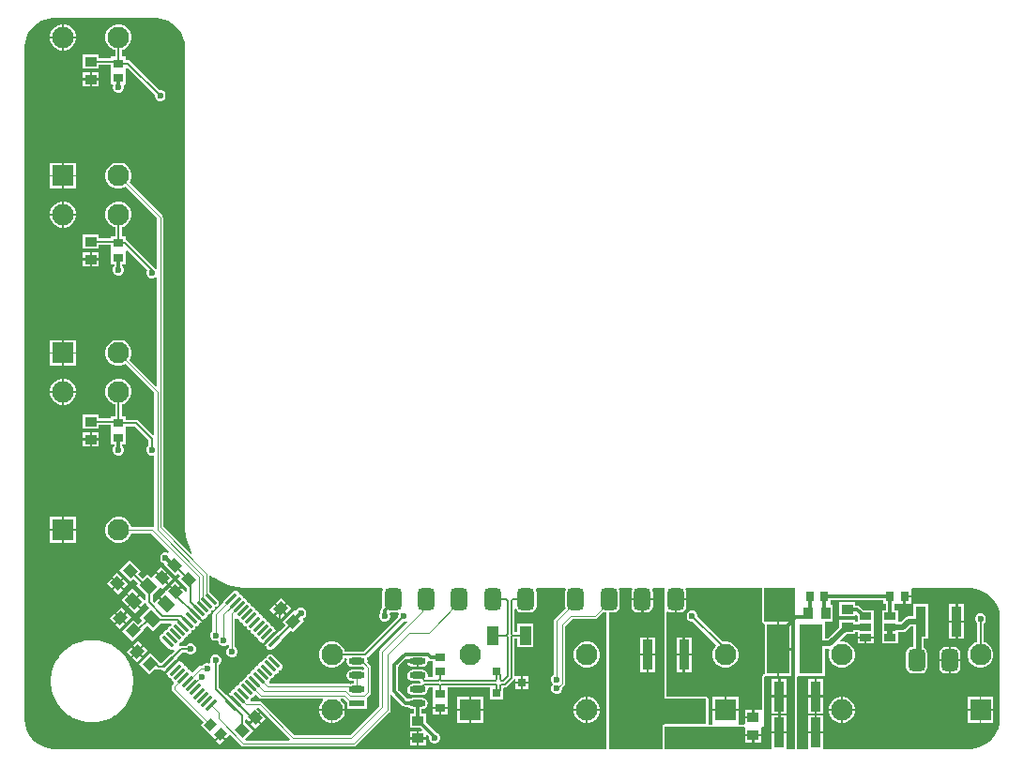
<source format=gbl>
G04*
G04 #@! TF.GenerationSoftware,Altium Limited,Altium Designer,23.3.1 (30)*
G04*
G04 Layer_Physical_Order=2*
G04 Layer_Color=16711680*
%FSLAX44Y44*%
%MOMM*%
G71*
G04*
G04 #@! TF.SameCoordinates,77D199DB-A247-405A-9097-576A226775B8*
G04*
G04*
G04 #@! TF.FilePolarity,Positive*
G04*
G01*
G75*
%ADD11C,0.2000*%
%ADD13R,0.8000X0.9500*%
%ADD14R,0.9500X0.8000*%
%ADD15R,1.0500X0.9000*%
%ADD27C,0.3000*%
%ADD28C,0.1250*%
%ADD29R,1.9500X1.9500*%
%ADD30C,1.9500*%
%ADD31R,1.9500X1.9500*%
%ADD32C,0.6000*%
%ADD33R,0.7620X0.7620*%
%ADD34R,1.0500X1.7200*%
G04:AMPARAMS|DCode=35|XSize=1.05mm|YSize=0.9mm|CornerRadius=0mm|HoleSize=0mm|Usage=FLASHONLY|Rotation=315.000|XOffset=0mm|YOffset=0mm|HoleType=Round|Shape=Rectangle|*
%AMROTATEDRECTD35*
4,1,4,-0.6894,0.0530,-0.0530,0.6894,0.6894,-0.0530,0.0530,-0.6894,-0.6894,0.0530,0.0*
%
%ADD35ROTATEDRECTD35*%

%ADD36R,0.9542X2.7062*%
%ADD37O,1.4500X0.6000*%
%ADD38R,1.4500X0.6000*%
%ADD39R,2.1500X0.9000*%
%ADD40R,2.1500X3.2500*%
G04:AMPARAMS|DCode=41|XSize=0.29mm|YSize=1.4mm|CornerRadius=0mm|HoleSize=0mm|Usage=FLASHONLY|Rotation=225.000|XOffset=0mm|YOffset=0mm|HoleType=Round|Shape=Round|*
%AMOVALD41*
21,1,1.1100,0.2900,0.0000,0.0000,315.0*
1,1,0.2900,-0.3925,0.3925*
1,1,0.2900,0.3925,-0.3925*
%
%ADD41OVALD41*%

G04:AMPARAMS|DCode=42|XSize=0.29mm|YSize=1.4mm|CornerRadius=0mm|HoleSize=0mm|Usage=FLASHONLY|Rotation=315.000|XOffset=0mm|YOffset=0mm|HoleType=Round|Shape=Round|*
%AMOVALD42*
21,1,1.1100,0.2900,0.0000,0.0000,45.0*
1,1,0.2900,-0.3925,-0.3925*
1,1,0.2900,0.3925,0.3925*
%
%ADD42OVALD42*%

G04:AMPARAMS|DCode=43|XSize=1.5mm|YSize=2mm|CornerRadius=0.375mm|HoleSize=0mm|Usage=FLASHONLY|Rotation=0.000|XOffset=0mm|YOffset=0mm|HoleType=Round|Shape=RoundedRectangle|*
%AMROUNDEDRECTD43*
21,1,1.5000,1.2500,0,0,0.0*
21,1,0.7500,2.0000,0,0,0.0*
1,1,0.7500,0.3750,-0.6250*
1,1,0.7500,-0.3750,-0.6250*
1,1,0.7500,-0.3750,0.6250*
1,1,0.7500,0.3750,0.6250*
%
%ADD43ROUNDEDRECTD43*%
G04:AMPARAMS|DCode=44|XSize=1.05mm|YSize=1.3mm|CornerRadius=0mm|HoleSize=0mm|Usage=FLASHONLY|Rotation=225.000|XOffset=0mm|YOffset=0mm|HoleType=Round|Shape=Rectangle|*
%AMROTATEDRECTD44*
4,1,4,-0.0884,0.8309,0.8309,-0.0884,0.0884,-0.8309,-0.8309,0.0884,-0.0884,0.8309,0.0*
%
%ADD44ROTATEDRECTD44*%

G04:AMPARAMS|DCode=45|XSize=0.95mm|YSize=0.8mm|CornerRadius=0mm|HoleSize=0mm|Usage=FLASHONLY|Rotation=45.000|XOffset=0mm|YOffset=0mm|HoleType=Round|Shape=Rectangle|*
%AMROTATEDRECTD45*
4,1,4,-0.0530,-0.6187,-0.6187,-0.0530,0.0530,0.6187,0.6187,0.0530,-0.0530,-0.6187,0.0*
%
%ADD45ROTATEDRECTD45*%

%ADD46R,2.0000X4.5000*%
%ADD47R,1.0000X0.7000*%
G04:AMPARAMS|DCode=48|XSize=1.05mm|YSize=0.9mm|CornerRadius=0mm|HoleSize=0mm|Usage=FLASHONLY|Rotation=225.000|XOffset=0mm|YOffset=0mm|HoleType=Round|Shape=Rectangle|*
%AMROTATEDRECTD48*
4,1,4,0.0530,0.6894,0.6894,0.0530,-0.0530,-0.6894,-0.6894,-0.0530,0.0530,0.6894,0.0*
%
%ADD48ROTATEDRECTD48*%

%ADD49R,0.9000X1.0500*%
%ADD50C,0.5000*%
G36*
X120063Y662515D02*
X121863D01*
X125430Y662045D01*
X128906Y661114D01*
X132231Y659736D01*
X135347Y657937D01*
X138202Y655747D01*
X140747Y653202D01*
X142937Y650347D01*
X144736Y647231D01*
X146114Y643906D01*
X147045Y640430D01*
X147515Y636863D01*
X147515Y635064D01*
Y205063D01*
X147523Y205022D01*
X147516Y204980D01*
X147634Y201383D01*
X147662Y201260D01*
X147654Y201134D01*
X148593Y194001D01*
X148647Y193842D01*
X148658Y193674D01*
X150520Y186725D01*
X150595Y186574D01*
X150627Y186409D01*
X153381Y179762D01*
X153474Y179622D01*
X153528Y179463D01*
X152563Y178722D01*
X127676Y203609D01*
Y482500D01*
X127676Y482500D01*
X127473Y483524D01*
X126892Y484393D01*
X126892Y484393D01*
X97487Y513798D01*
X98449Y515465D01*
X99250Y518453D01*
Y521547D01*
X98449Y524535D01*
X96902Y527215D01*
X94715Y529402D01*
X92035Y530949D01*
X89047Y531750D01*
X85953D01*
X82965Y530949D01*
X80285Y529402D01*
X78098Y527215D01*
X76551Y524535D01*
X75750Y521547D01*
Y518453D01*
X76551Y515465D01*
X78098Y512785D01*
X80285Y510598D01*
X82965Y509051D01*
X85953Y508250D01*
X89047D01*
X92035Y509051D01*
X93702Y510013D01*
X122324Y481391D01*
Y436544D01*
X121054Y436017D01*
X120332Y436739D01*
X119914Y436912D01*
X95663Y461163D01*
X94670Y461826D01*
X94250Y461910D01*
Y465000D01*
X90559D01*
Y473655D01*
X92035Y474051D01*
X94715Y475598D01*
X96902Y477785D01*
X98449Y480465D01*
X99250Y483453D01*
Y486547D01*
X98449Y489535D01*
X96902Y492215D01*
X94715Y494402D01*
X92035Y495949D01*
X89047Y496750D01*
X85953D01*
X82965Y495949D01*
X80285Y494402D01*
X78098Y492215D01*
X76551Y489535D01*
X75750Y486547D01*
Y483453D01*
X76551Y480465D01*
X78098Y477785D01*
X80285Y475598D01*
X82965Y474051D01*
X84441Y473655D01*
Y465000D01*
X80750D01*
Y463559D01*
X69750D01*
Y467000D01*
X55250D01*
Y454000D01*
X69750D01*
Y457441D01*
X80750D01*
Y453270D01*
X80750Y453000D01*
Y452000D01*
X80750Y451730D01*
Y440000D01*
X83931D01*
Y438503D01*
X83261Y437832D01*
X82500Y435995D01*
Y434005D01*
X83261Y432168D01*
X84668Y430761D01*
X86505Y430000D01*
X88495D01*
X90332Y430761D01*
X91739Y432168D01*
X92500Y434005D01*
Y435995D01*
X91739Y437832D01*
X91069Y438503D01*
Y440000D01*
X94250D01*
Y451730D01*
X94250Y452128D01*
X95520Y452654D01*
X113138Y435036D01*
X112500Y433495D01*
Y431505D01*
X113261Y429668D01*
X114668Y428261D01*
X116505Y427500D01*
X118495D01*
X120332Y428261D01*
X121054Y428983D01*
X122324Y428456D01*
Y330621D01*
X121150Y330135D01*
X97487Y353798D01*
X98449Y355465D01*
X99250Y358453D01*
Y361547D01*
X98449Y364535D01*
X96902Y367215D01*
X94715Y369402D01*
X92035Y370949D01*
X89047Y371750D01*
X85953D01*
X82965Y370949D01*
X80285Y369402D01*
X78098Y367215D01*
X76551Y364535D01*
X75750Y361547D01*
Y358453D01*
X76551Y355465D01*
X78098Y352785D01*
X80285Y350598D01*
X82965Y349051D01*
X85953Y348250D01*
X89047D01*
X92035Y349051D01*
X93702Y350013D01*
X119824Y323891D01*
Y286298D01*
X118554Y285772D01*
X105663Y298663D01*
X104670Y299326D01*
X103500Y299559D01*
X103500Y299559D01*
X94250D01*
Y302500D01*
X90559D01*
Y313655D01*
X92035Y314051D01*
X94715Y315598D01*
X96902Y317785D01*
X98449Y320465D01*
X99250Y323453D01*
Y326547D01*
X98449Y329535D01*
X96902Y332215D01*
X94715Y334402D01*
X92035Y335949D01*
X89047Y336750D01*
X85953D01*
X82965Y335949D01*
X80285Y334402D01*
X78098Y332215D01*
X76551Y329535D01*
X75750Y326547D01*
Y323453D01*
X76551Y320465D01*
X78098Y317785D01*
X80285Y315598D01*
X82965Y314051D01*
X84441Y313655D01*
Y302500D01*
X80750D01*
Y301059D01*
X69750D01*
Y304500D01*
X55250D01*
Y291500D01*
X69750D01*
Y294941D01*
X80750D01*
Y290770D01*
X80750Y290500D01*
Y289500D01*
X80750Y289230D01*
Y277500D01*
X83931D01*
Y276003D01*
X83261Y275332D01*
X82500Y273495D01*
Y271505D01*
X83261Y269668D01*
X84668Y268261D01*
X86505Y267500D01*
X88495D01*
X90332Y268261D01*
X91739Y269668D01*
X92500Y271505D01*
Y273495D01*
X91739Y275332D01*
X91069Y276003D01*
Y277500D01*
X94250D01*
Y289230D01*
X94250Y289500D01*
Y290500D01*
X94250Y290770D01*
Y293441D01*
X102233D01*
X114441Y281233D01*
Y276512D01*
X113261Y275332D01*
X112500Y273495D01*
Y271505D01*
X113261Y269668D01*
X114668Y268261D01*
X116505Y267500D01*
X118495D01*
X118768Y267613D01*
X119824Y266908D01*
Y203132D01*
X118554Y202453D01*
X118524Y202473D01*
X117500Y202677D01*
X117500Y202676D01*
X98947D01*
X98449Y204535D01*
X96902Y207215D01*
X94715Y209402D01*
X92035Y210949D01*
X89047Y211750D01*
X85953D01*
X82965Y210949D01*
X80285Y209402D01*
X78098Y207215D01*
X76551Y204535D01*
X75750Y201547D01*
Y198453D01*
X76551Y195465D01*
X78098Y192785D01*
X80285Y190598D01*
X82965Y189051D01*
X85953Y188250D01*
X89047D01*
X92035Y189051D01*
X94715Y190598D01*
X96902Y192785D01*
X98449Y195465D01*
X98947Y197324D01*
X116391D01*
X133292Y180423D01*
X132572Y179346D01*
X130995Y180000D01*
X129005D01*
X127168Y179239D01*
X125761Y177832D01*
X125000Y175995D01*
Y174005D01*
X125761Y172168D01*
X127168Y170761D01*
X128260Y170309D01*
X128574Y168827D01*
X128434Y168687D01*
X138687Y158434D01*
X141120Y160867D01*
X143367Y158621D01*
X140934Y156187D01*
X149441Y147680D01*
Y145233D01*
X148171Y144707D01*
X144646Y148232D01*
X140050Y143636D01*
X139343Y144343D01*
X138636Y143636D01*
X133510Y148763D01*
X130078Y145331D01*
X129620Y144874D01*
X129240Y143761D01*
X125278Y139799D01*
X131289Y133789D01*
X129874Y132374D01*
X123864Y138385D01*
X119902Y134423D01*
X118261Y136065D01*
Y141267D01*
X124846Y147852D01*
X125455Y148461D01*
X126522Y147972D01*
X127374Y147120D01*
X131263Y151010D01*
X126136Y156136D01*
X121010Y161263D01*
X117730Y157983D01*
X117120Y157374D01*
X116053Y157863D01*
X113434Y160482D01*
X109296Y156344D01*
X105446Y160193D01*
X107879Y162626D01*
X97626Y172880D01*
X88434Y163687D01*
X98687Y153434D01*
X101121Y155867D01*
X104970Y152018D01*
X103181Y150229D01*
X112143Y141267D01*
Y137269D01*
X110970Y136783D01*
X107070Y140683D01*
X102651Y136264D01*
X107954Y130960D01*
X111005Y134011D01*
X112375Y133628D01*
X112393Y133603D01*
X113039Y132635D01*
X115577Y130098D01*
X106363Y120884D01*
X108961Y118286D01*
X105464Y114789D01*
X101187Y119066D01*
X90934Y108813D01*
X100126Y99621D01*
X110379Y109874D01*
X109789Y110464D01*
X113286Y113961D01*
X118384Y108863D01*
X125578Y116057D01*
X134598D01*
X135251Y114865D01*
X134825Y113658D01*
X133717Y113438D01*
X132576Y112675D01*
X131814Y111534D01*
X131546Y110188D01*
X131528Y110170D01*
X130182Y109902D01*
X129040Y109140D01*
X128278Y107999D01*
X128010Y106652D01*
X127992Y106634D01*
X126646Y106367D01*
X125505Y105604D01*
X124742Y104463D01*
X124475Y103117D01*
X124742Y101771D01*
X125505Y100630D01*
X133354Y92781D01*
X134495Y92018D01*
X135841Y91750D01*
X136960Y91973D01*
X137506Y91350D01*
X137709Y90926D01*
X134832Y88049D01*
X134495Y87982D01*
X133354Y87219D01*
X126147Y80013D01*
X125240D01*
X116187Y89066D01*
X105934Y78813D01*
X115126Y69620D01*
X120041Y74535D01*
X121187Y74791D01*
X122179Y74128D01*
X123350Y73895D01*
X126254D01*
X126646Y73633D01*
X127992Y73366D01*
X128010Y73348D01*
X128278Y72002D01*
X128474Y71708D01*
X134745Y77979D01*
X141223Y84458D01*
X141019Y85584D01*
X144876Y89441D01*
X148488D01*
X149668Y88261D01*
X151505Y87500D01*
X153495D01*
X155332Y88261D01*
X156739Y89668D01*
X157500Y91505D01*
Y93495D01*
X156739Y95332D01*
X155332Y96739D01*
X153495Y97500D01*
X151505D01*
X149668Y96739D01*
X148488Y95559D01*
X143609D01*
X143609Y95559D01*
X142640Y95366D01*
X142158Y95956D01*
X142115Y96031D01*
X141935Y96422D01*
X142626Y97457D01*
X142894Y98803D01*
X142912Y98821D01*
X144258Y99089D01*
X145400Y99852D01*
X146162Y100993D01*
X146430Y102339D01*
X146448Y102357D01*
X147794Y102625D01*
X148935Y103387D01*
X149698Y104528D01*
X149965Y105875D01*
X149983Y105892D01*
X151329Y106160D01*
X152471Y106923D01*
X153233Y108064D01*
X153501Y109410D01*
X153519Y109428D01*
X154865Y109696D01*
X156006Y110458D01*
X156769Y111600D01*
X157036Y112946D01*
X157054Y112964D01*
X158400Y113231D01*
X159542Y113994D01*
X160304Y115135D01*
X160572Y116481D01*
X160590Y116499D01*
X161936Y116767D01*
X162229Y116963D01*
X155958Y123234D01*
X157373Y124648D01*
X163644Y118377D01*
X163840Y118671D01*
X164107Y120017D01*
X164125Y120035D01*
X165472Y120302D01*
X166613Y121065D01*
X167375Y122206D01*
X167643Y123552D01*
X167661Y123570D01*
X169007Y123838D01*
X170148Y124600D01*
X170911Y125742D01*
X171179Y127088D01*
X171197Y127106D01*
X172543Y127374D01*
X173684Y128136D01*
X174446Y129277D01*
X174714Y130623D01*
X174732Y130641D01*
X176078Y130909D01*
X177219Y131671D01*
X177982Y132813D01*
X178250Y134159D01*
X177982Y135505D01*
X177219Y136646D01*
X169560Y144306D01*
Y158481D01*
X170699Y159042D01*
X172955Y157310D01*
X173106Y157236D01*
X173233Y157125D01*
X179463Y153528D01*
X179622Y153474D01*
X179762Y153381D01*
X186409Y150627D01*
X186574Y150595D01*
X186725Y150520D01*
X193674Y148658D01*
X193842Y148647D01*
X194001Y148593D01*
X201134Y147654D01*
X201260Y147662D01*
X201383Y147634D01*
X204980Y147516D01*
X205022Y147523D01*
X205063Y147515D01*
X325503D01*
X326102Y146395D01*
X325834Y145993D01*
X325387Y143750D01*
Y131250D01*
X325543Y130468D01*
X324841Y129766D01*
X324067Y128608D01*
X323795Y127243D01*
Y125866D01*
X323261Y125332D01*
X322500Y123495D01*
Y121505D01*
X323261Y119668D01*
X324668Y118261D01*
X326505Y117500D01*
X328495D01*
X330332Y118261D01*
X331739Y119668D01*
X332500Y121505D01*
Y123495D01*
X332242Y124117D01*
X333091Y125387D01*
X338750D01*
X339469Y125530D01*
X340382Y124417D01*
X340000Y123495D01*
Y121826D01*
X308733Y90559D01*
X291345D01*
X290949Y92035D01*
X289402Y94715D01*
X287215Y96902D01*
X284535Y98449D01*
X281547Y99250D01*
X278453D01*
X275465Y98449D01*
X272785Y96902D01*
X270598Y94715D01*
X269051Y92035D01*
X268250Y89047D01*
Y85953D01*
X269051Y82965D01*
X270598Y80285D01*
X272785Y78098D01*
X275465Y76551D01*
X278453Y75750D01*
X281547D01*
X284535Y76551D01*
X287215Y78098D01*
X289402Y80285D01*
X290949Y82965D01*
X291345Y84441D01*
X293007D01*
X293724Y83171D01*
X293402Y81550D01*
X293790Y79599D01*
X294895Y77945D01*
X296549Y76840D01*
X298500Y76452D01*
X307000D01*
X308095Y76670D01*
X309487Y75278D01*
X309404Y74599D01*
X308083Y73732D01*
X307000Y73948D01*
X298500D01*
X296549Y73560D01*
X294895Y72455D01*
X293790Y70801D01*
X293402Y68850D01*
X293790Y66899D01*
X294895Y65245D01*
X296549Y64140D01*
X298500Y63752D01*
X300074D01*
Y61248D01*
X298500D01*
X296667Y60883D01*
X296017Y61318D01*
X294993Y61522D01*
X294993Y61522D01*
X223889D01*
X223440Y62104D01*
X223718Y63675D01*
X223888Y63789D01*
X224651Y64931D01*
X224919Y66276D01*
X224937Y66294D01*
X226283Y66562D01*
X227424Y67325D01*
X228186Y68466D01*
X228454Y69812D01*
X228472Y69830D01*
X229818Y70098D01*
X230959Y70860D01*
X231722Y72002D01*
X231990Y73348D01*
X232008Y73366D01*
X233354Y73633D01*
X234495Y74396D01*
X235257Y75537D01*
X235525Y76883D01*
X235257Y78229D01*
X234495Y79370D01*
X226646Y87219D01*
X225505Y87982D01*
X224159Y88250D01*
X222813Y87982D01*
X221672Y87219D01*
X220909Y86078D01*
X220641Y84732D01*
X220623Y84714D01*
X219277Y84446D01*
X218136Y83684D01*
X217374Y82543D01*
X217106Y81197D01*
X217088Y81179D01*
X215742Y80911D01*
X214601Y80148D01*
X213838Y79007D01*
X213570Y77661D01*
X213552Y77643D01*
X212206Y77375D01*
X211065Y76613D01*
X210302Y75472D01*
X210035Y74125D01*
X210017Y74107D01*
X208671Y73840D01*
X207529Y73077D01*
X206767Y71936D01*
X206499Y70590D01*
X206481Y70572D01*
X205135Y70304D01*
X203994Y69542D01*
X203231Y68401D01*
X202964Y67054D01*
X202946Y67036D01*
X201600Y66769D01*
X200458Y66006D01*
X199696Y64865D01*
X199428Y63519D01*
X199410Y63501D01*
X198064Y63233D01*
X196923Y62471D01*
X196160Y61329D01*
X195893Y59983D01*
X195875Y59965D01*
X194528Y59698D01*
X193387Y58935D01*
X192625Y57794D01*
X192357Y56448D01*
X192339Y56430D01*
X190993Y56162D01*
X189852Y55400D01*
X189089Y54258D01*
X188821Y52912D01*
X188803Y52894D01*
X187457Y52627D01*
X187164Y52431D01*
X193435Y46159D01*
X192021Y44745D01*
X185543Y51223D01*
X184416Y51019D01*
X178059Y57376D01*
Y78488D01*
X179239Y79668D01*
X180000Y81505D01*
Y83495D01*
X179239Y85332D01*
X177832Y86739D01*
X175995Y87500D01*
X174005D01*
X172168Y86739D01*
X170761Y85332D01*
X170000Y83495D01*
Y81505D01*
X170377Y80595D01*
X169405Y79623D01*
X168495Y80000D01*
X166505D01*
X164668Y79239D01*
X163261Y77832D01*
X163197Y77676D01*
X161465D01*
X160440Y77473D01*
X159572Y76892D01*
X159572Y76892D01*
X154460Y71781D01*
X153067Y72184D01*
X152471Y73077D01*
X151329Y73840D01*
X149983Y74107D01*
X149965Y74125D01*
X149698Y75472D01*
X148935Y76613D01*
X147794Y77375D01*
X146448Y77643D01*
X146430Y77661D01*
X146162Y79007D01*
X145400Y80148D01*
X144258Y80911D01*
X142912Y81179D01*
X142894Y81197D01*
X142626Y82543D01*
X142430Y82836D01*
X136159Y76565D01*
X129888Y70294D01*
X130182Y70098D01*
X131528Y69830D01*
X131546Y69812D01*
X131814Y68466D01*
X132576Y67325D01*
X133717Y66562D01*
X135063Y66294D01*
X135081Y66276D01*
X135349Y64931D01*
X136112Y63789D01*
X137005Y63193D01*
X137408Y61800D01*
X136547Y60939D01*
X135967Y60070D01*
X135763Y59046D01*
X135763Y59046D01*
Y56561D01*
X135763Y56561D01*
X135967Y55536D01*
X136547Y54668D01*
X164269Y26946D01*
X161388Y24066D01*
X169874Y15581D01*
X170581Y14873D01*
X174116Y11338D01*
X178889Y16111D01*
X179596Y15404D01*
X180303Y16111D01*
X184546Y11868D01*
X188196Y15519D01*
X198107Y5608D01*
X198107Y5608D01*
X198976Y5027D01*
X200000Y4824D01*
X300000D01*
X300000Y4824D01*
X301024Y5027D01*
X301893Y5608D01*
X331893Y35607D01*
X331893Y35608D01*
X332473Y36476D01*
X332676Y37500D01*
Y51163D01*
X333946Y51690D01*
X344135Y41501D01*
X345293Y40727D01*
X346659Y40455D01*
X348987D01*
X349395Y39845D01*
X351049Y38740D01*
X353000Y38352D01*
X353681D01*
Y34500D01*
X350250D01*
Y21500D01*
X359703D01*
X361530Y19673D01*
X361044Y18500D01*
X358500D01*
Y13000D01*
X364750D01*
Y14794D01*
X365923Y15280D01*
X367561Y13642D01*
X367500Y13495D01*
Y11505D01*
X368261Y9668D01*
X369668Y8261D01*
X371505Y7500D01*
X373495D01*
X375332Y8261D01*
X376739Y9668D01*
X377500Y11505D01*
Y13495D01*
X376739Y15332D01*
X375332Y16739D01*
X374010Y17286D01*
X364750Y26547D01*
Y34500D01*
X360819D01*
Y38352D01*
X361500D01*
X363451Y38740D01*
X365105Y39845D01*
X366210Y41499D01*
X366598Y43450D01*
X366210Y45401D01*
X365105Y47055D01*
X363451Y48160D01*
X361500Y48548D01*
X353000D01*
X351049Y48160D01*
X350200Y47593D01*
X348137D01*
X339569Y56161D01*
Y76593D01*
X346665Y83689D01*
X348144Y83372D01*
X348232Y83211D01*
X348101Y82550D01*
X357250D01*
Y81550D01*
X358250D01*
Y76452D01*
X361500D01*
X363451Y76840D01*
X365105Y77945D01*
X366210Y79599D01*
X366598Y81550D01*
X366563Y81726D01*
X367706Y82489D01*
X368134Y82203D01*
X369500Y81931D01*
X370750D01*
Y79500D01*
X370750D01*
Y78500D01*
X370750D01*
Y67184D01*
X367267D01*
X366462Y68165D01*
X366598Y68850D01*
X366210Y70801D01*
X365105Y72455D01*
X363451Y73560D01*
X361500Y73948D01*
X353000D01*
X351049Y73560D01*
X349395Y72455D01*
X348290Y70801D01*
X347902Y68850D01*
X348290Y66899D01*
X349395Y65245D01*
X351049Y64140D01*
X353000Y63752D01*
X359253D01*
X360268Y62675D01*
Y61865D01*
X360103Y61700D01*
X359800Y61248D01*
X353000D01*
X351049Y60860D01*
X349395Y59755D01*
X348290Y58101D01*
X347902Y56150D01*
X348290Y54199D01*
X349395Y52545D01*
X351049Y51440D01*
X353000Y51052D01*
X361500D01*
X363451Y51440D01*
X365105Y52545D01*
X366210Y54199D01*
X366598Y56150D01*
X366462Y56835D01*
X367267Y57816D01*
X370750D01*
Y46770D01*
X370750Y46500D01*
Y45500D01*
X370750Y45230D01*
Y40500D01*
X384250D01*
Y45230D01*
X384250Y45500D01*
Y46500D01*
X384250Y46770D01*
Y57816D01*
X402834D01*
X402834Y57816D01*
X402960Y57841D01*
X422940D01*
Y47190D01*
X434560D01*
Y55514D01*
X434619Y55810D01*
Y57436D01*
X435735Y57841D01*
X436905Y58074D01*
X437897Y58737D01*
X443788Y64627D01*
X443788Y64627D01*
X444451Y65620D01*
X444530Y66017D01*
X445800Y65892D01*
Y63525D01*
X450610D01*
Y68335D01*
X445954D01*
X445800Y68335D01*
X444684Y68706D01*
Y101941D01*
X447350D01*
Y94400D01*
X461850D01*
Y115600D01*
X447350D01*
Y108059D01*
X444684D01*
Y128615D01*
X445213Y128795D01*
X445954Y128827D01*
X447104Y127105D01*
X449007Y125834D01*
X451250Y125387D01*
X458750D01*
X460993Y125834D01*
X462896Y127105D01*
X464166Y129007D01*
X464613Y131250D01*
Y143750D01*
X464166Y145993D01*
X463898Y146395D01*
X464497Y147515D01*
X490503D01*
X491102Y146395D01*
X490834Y145993D01*
X490387Y143750D01*
Y131250D01*
X490732Y129517D01*
X481107Y119893D01*
X480527Y119024D01*
X480324Y118000D01*
X480324Y118000D01*
Y69303D01*
X480168Y69239D01*
X478761Y67832D01*
X478000Y65995D01*
Y64005D01*
X478761Y62168D01*
X479929Y61000D01*
X478761Y59832D01*
X478000Y57994D01*
Y56005D01*
X478761Y54168D01*
X480168Y52761D01*
X482005Y52000D01*
X483995D01*
X485832Y52761D01*
X487239Y54168D01*
X488000Y56005D01*
Y57994D01*
X487935Y58150D01*
X489767Y59983D01*
X490348Y60851D01*
X490551Y61875D01*
X490551Y61875D01*
Y113516D01*
X496859Y119824D01*
X517500D01*
X517500Y119824D01*
X518524Y120027D01*
X519393Y120608D01*
X524517Y125732D01*
X526250Y125387D01*
X527961D01*
X527961Y95000D01*
X527961Y2612D01*
X526691Y2612D01*
X30064Y2612D01*
X28264D01*
X24697Y3082D01*
X21221Y4013D01*
X17896Y5390D01*
X14780Y7190D01*
X11925Y9380D01*
X9380Y11925D01*
X7190Y14780D01*
X5390Y17896D01*
X4013Y21221D01*
X3082Y24697D01*
X2612Y28264D01*
X2612Y30064D01*
X2612Y635064D01*
Y636863D01*
X3082Y640430D01*
X4013Y643906D01*
X5390Y647231D01*
X7190Y650347D01*
X9380Y653202D01*
X11925Y655747D01*
X14780Y657937D01*
X17896Y659736D01*
X21221Y661114D01*
X24697Y662045D01*
X28264Y662515D01*
X30064Y662515D01*
X120063Y662515D01*
D02*
G37*
G36*
X855063Y147515D02*
X856863D01*
X860431Y147045D01*
X863906Y146114D01*
X867231Y144736D01*
X870347Y142937D01*
X873202Y140747D01*
X875747Y138202D01*
X877937Y135347D01*
X879736Y132231D01*
X881114Y128906D01*
X882045Y125430D01*
X882515Y121863D01*
X882515Y120063D01*
X882515Y30064D01*
Y28264D01*
X882045Y24696D01*
X881114Y21221D01*
X879736Y17896D01*
X877937Y14780D01*
X875747Y11925D01*
X873202Y9380D01*
X870347Y7190D01*
X867231Y5390D01*
X863906Y4013D01*
X860431Y3082D01*
X856863Y2612D01*
X855063D01*
X723021D01*
Y16500D01*
X716250D01*
X709479D01*
Y2612D01*
X700809D01*
X699539Y2612D01*
Y67253D01*
X700500Y68000D01*
X700809Y68000D01*
X724500D01*
Y92912D01*
X728090D01*
X728401Y92629D01*
X728945Y91642D01*
X728250Y89047D01*
Y85953D01*
X729051Y82965D01*
X730598Y80285D01*
X732785Y78098D01*
X735465Y76551D01*
X738453Y75750D01*
X741547D01*
X744535Y76551D01*
X747215Y78098D01*
X749402Y80285D01*
X750949Y82965D01*
X751750Y85953D01*
Y89047D01*
X750949Y92035D01*
X749402Y94715D01*
X747215Y96902D01*
X744535Y98449D01*
X741547Y99250D01*
X739285D01*
X738759Y100520D01*
X744239Y106000D01*
X752250D01*
Y107912D01*
X754500D01*
Y104000D01*
X761500D01*
X768500D01*
Y107000D01*
Y116500D01*
Y127500D01*
X759547D01*
X756023Y131023D01*
X754866Y131797D01*
X753500Y132069D01*
X752250D01*
Y135000D01*
X737750D01*
Y122000D01*
X752250D01*
Y123044D01*
X753423Y123530D01*
X754500Y122453D01*
Y117088D01*
X752250D01*
Y119000D01*
X737750D01*
Y112489D01*
X727349Y102088D01*
X724500D01*
Y116480D01*
X724500Y117000D01*
X725459Y117750D01*
X732000D01*
Y132250D01*
X730652D01*
X730000Y133250D01*
Y136431D01*
X777500D01*
Y133250D01*
X779931D01*
Y127500D01*
X776500D01*
Y116500D01*
Y107000D01*
Y97500D01*
X790500D01*
Y107912D01*
X795000D01*
X796756Y108261D01*
X798244Y109256D01*
X801900Y112912D01*
X804479D01*
Y101969D01*
X804787D01*
Y94613D01*
X803750D01*
X801507Y94166D01*
X799604Y92895D01*
X798334Y90993D01*
X797887Y88750D01*
Y76250D01*
X798334Y74007D01*
X799604Y72105D01*
X801507Y70834D01*
X803750Y70387D01*
X811250D01*
X813493Y70834D01*
X815396Y72105D01*
X816666Y74007D01*
X817113Y76250D01*
Y88750D01*
X816666Y90993D01*
X815396Y92895D01*
X813963Y93853D01*
Y101969D01*
X818021D01*
Y133031D01*
X804479D01*
Y122088D01*
X800000D01*
X798244Y121739D01*
X796756Y120744D01*
X793100Y117088D01*
X790500D01*
Y127500D01*
X787069D01*
Y133250D01*
X789230D01*
X789500Y133250D01*
X790500D01*
X790770Y133250D01*
X795500D01*
Y140000D01*
X796500D01*
Y141000D01*
X802500D01*
Y146245D01*
X803453Y147515D01*
X855063D01*
D02*
G37*
G36*
X667949D02*
X667961Y147500D01*
Y118063D01*
X667970Y118015D01*
X667963Y117967D01*
X668048Y117627D01*
X668116Y117282D01*
X668143Y117242D01*
X668155Y117195D01*
X668655Y116132D01*
X668863Y115850D01*
X669058Y115558D01*
X669099Y115531D01*
X669128Y115492D01*
X669428Y115311D01*
X669720Y115116D01*
X669767Y115107D01*
X669809Y115081D01*
X670156Y115029D01*
X670500Y114961D01*
Y70039D01*
X670156Y69971D01*
X669809Y69918D01*
X669767Y69893D01*
X669720Y69884D01*
X669428Y69689D01*
X669128Y69508D01*
X669099Y69469D01*
X669058Y69442D01*
X668863Y69150D01*
X668655Y68868D01*
X668155Y67805D01*
X668143Y67758D01*
X668116Y67717D01*
X668048Y67373D01*
X667963Y67033D01*
X667970Y66985D01*
X667961Y66937D01*
Y38476D01*
X667250Y37500D01*
D01*
Y37500D01*
X661000D01*
Y31000D01*
X660000D01*
Y30000D01*
X652750D01*
Y25000D01*
X652378D01*
X652098Y24539D01*
X651591Y24539D01*
X646893D01*
X646750Y25750D01*
D01*
D01*
Y25757D01*
X646750Y25809D01*
Y26270D01*
Y36750D01*
X635000D01*
X623250D01*
Y25809D01*
X623250Y25757D01*
Y25750D01*
D01*
D01*
X623107Y24539D01*
X619917D01*
X619539Y25000D01*
X619539D01*
Y25000D01*
Y47500D01*
X619384Y48280D01*
X618942Y48942D01*
X618280Y49384D01*
X617500Y49539D01*
X582039D01*
X582039Y125621D01*
X583309Y126300D01*
X583620Y126092D01*
D01*
X584007Y125834D01*
X586250Y125387D01*
X589000D01*
Y137500D01*
X590000D01*
Y138500D01*
X599613D01*
Y143750D01*
X599166Y145993D01*
X598898Y146395D01*
X599497Y147515D01*
X667949D01*
D02*
G37*
G36*
X348292Y117077D02*
X323107Y91892D01*
X322527Y91024D01*
X322324Y90000D01*
X322324Y90000D01*
Y41109D01*
X296391Y15176D01*
X246109D01*
X216893Y44392D01*
X216024Y44973D01*
X215000Y45176D01*
X215000Y45176D01*
X206997D01*
X206861Y45339D01*
X206434Y46446D01*
X206973Y47253D01*
X207241Y48599D01*
X207259Y48617D01*
X208605Y48885D01*
X209746Y49647D01*
X210343Y50540D01*
X211736Y50943D01*
X214226Y48453D01*
X214227Y48453D01*
X215095Y47873D01*
X216119Y47669D01*
X216119Y47669D01*
X271756D01*
X272282Y46399D01*
X270598Y44715D01*
X269051Y42035D01*
X268250Y39047D01*
Y38250D01*
X280000D01*
X291750D01*
Y39047D01*
X290949Y42035D01*
X289402Y44715D01*
X287718Y46399D01*
X288244Y47669D01*
X290496D01*
X293500Y44665D01*
Y38450D01*
X312000D01*
Y48450D01*
X312000Y48450D01*
X312000D01*
X312000Y48450D01*
X312344Y49577D01*
X314642Y51876D01*
X314643Y51876D01*
X315223Y52744D01*
X315426Y53768D01*
X315426Y53768D01*
Y75800D01*
X315426Y75800D01*
X315223Y76824D01*
X314643Y77692D01*
X314642Y77693D01*
X311880Y80455D01*
X312098Y81550D01*
X311710Y83501D01*
X311660Y83575D01*
X312057Y85267D01*
X312163Y85337D01*
X344326Y117500D01*
X345995D01*
X347573Y118154D01*
X348292Y117077D01*
D02*
G37*
G36*
X242269Y11446D02*
X241742Y10176D01*
X202225D01*
X201700Y11446D01*
X209066Y18813D01*
X201872Y26007D01*
Y28590D01*
X203045Y29076D01*
X205354Y26768D01*
X209950Y31364D01*
X214546Y35960D01*
X211856Y38650D01*
X212342Y39824D01*
X213891D01*
X242269Y11446D01*
D02*
G37*
G36*
X697500Y2612D02*
X690521D01*
Y16500D01*
X683750D01*
X676979D01*
Y2612D01*
X580000D01*
Y22500D01*
X652098D01*
X652750Y21500D01*
X652750Y21230D01*
Y16000D01*
X660000D01*
X667250D01*
Y21230D01*
X667250Y21500D01*
X667902Y22500D01*
X670000D01*
Y66937D01*
X670500Y68000D01*
X671270Y68000D01*
X681500D01*
Y92500D01*
Y117000D01*
X671270D01*
X670500Y117000D01*
X670000Y118063D01*
Y147500D01*
X697500D01*
Y2612D01*
D02*
G37*
G36*
X550503Y147515D02*
X551102Y146395D01*
X550834Y145993D01*
X550387Y143750D01*
Y138500D01*
X569613D01*
Y143750D01*
X569166Y145993D01*
X568898Y146395D01*
X569497Y147515D01*
X580000D01*
X580000Y127105D01*
X580000Y47500D01*
X617500D01*
Y25000D01*
X580000D01*
Y24539D01*
X579220Y24384D01*
X578558Y23942D01*
X578116Y23280D01*
X577961Y22500D01*
Y2612D01*
X576691Y2612D01*
X530000D01*
X530000Y95000D01*
X530000Y125387D01*
X533750D01*
X535993Y125834D01*
X537896Y127105D01*
X539166Y129007D01*
X539613Y131250D01*
Y143750D01*
X539166Y145993D01*
X538898Y146395D01*
X539497Y147515D01*
X550503D01*
D02*
G37*
%LPC*%
G36*
X39047Y656750D02*
X38250D01*
Y645750D01*
X49250D01*
Y646547D01*
X48449Y649535D01*
X46902Y652215D01*
X44715Y654402D01*
X42035Y655949D01*
X39047Y656750D01*
D02*
G37*
G36*
X36750D02*
X35953D01*
X32965Y655949D01*
X30285Y654402D01*
X28098Y652215D01*
X26551Y649535D01*
X25750Y646547D01*
Y645750D01*
X36750D01*
Y656750D01*
D02*
G37*
G36*
X49250Y644250D02*
X38250D01*
Y633250D01*
X39047D01*
X42035Y634051D01*
X44715Y635598D01*
X46902Y637785D01*
X48449Y640465D01*
X49250Y643453D01*
Y644250D01*
D02*
G37*
G36*
X36750D02*
X25750D01*
Y643453D01*
X26551Y640465D01*
X28098Y637785D01*
X30285Y635598D01*
X32965Y634051D01*
X35953Y633250D01*
X36750D01*
Y644250D01*
D02*
G37*
G36*
X89047Y656750D02*
X85953D01*
X82965Y655949D01*
X80285Y654402D01*
X78098Y652215D01*
X76551Y649535D01*
X75750Y646547D01*
Y643453D01*
X76551Y640465D01*
X78098Y637785D01*
X80285Y635598D01*
X82965Y634051D01*
X84441Y633655D01*
Y627500D01*
X80750D01*
Y626059D01*
X69750D01*
Y629500D01*
X55250D01*
Y616500D01*
X69750D01*
Y619941D01*
X80750D01*
Y615770D01*
X80750Y615500D01*
Y614500D01*
X80750Y614230D01*
Y602500D01*
X81981D01*
X82686Y601444D01*
X82500Y600995D01*
Y599005D01*
X83261Y597168D01*
X84668Y595761D01*
X86505Y595000D01*
X88495D01*
X90332Y595761D01*
X91739Y597168D01*
X92500Y599005D01*
Y600995D01*
X92314Y601444D01*
X93019Y602500D01*
X94250D01*
Y614230D01*
X94250Y614500D01*
Y615500D01*
X94250Y615770D01*
Y617128D01*
X95520Y617654D01*
X120000Y593174D01*
Y591505D01*
X120761Y589668D01*
X122168Y588261D01*
X124005Y587500D01*
X125995D01*
X127832Y588261D01*
X129239Y589668D01*
X130000Y591505D01*
Y593495D01*
X129239Y595332D01*
X127832Y596739D01*
X125995Y597500D01*
X124326D01*
X98163Y623663D01*
X97170Y624326D01*
X96000Y624559D01*
X96000Y624559D01*
X94250D01*
Y627500D01*
X90559D01*
Y633655D01*
X92035Y634051D01*
X94715Y635598D01*
X96902Y637785D01*
X98449Y640465D01*
X99250Y643453D01*
Y646547D01*
X98449Y649535D01*
X96902Y652215D01*
X94715Y654402D01*
X92035Y655949D01*
X89047Y656750D01*
D02*
G37*
G36*
X69750Y613500D02*
X63500D01*
Y608000D01*
X69750D01*
Y613500D01*
D02*
G37*
G36*
X61500D02*
X55250D01*
Y608000D01*
X61500D01*
Y613500D01*
D02*
G37*
G36*
X69750Y606000D02*
X63500D01*
Y600500D01*
X69750D01*
Y606000D01*
D02*
G37*
G36*
X61500D02*
X55250D01*
Y600500D01*
X61500D01*
Y606000D01*
D02*
G37*
G36*
X49250Y531750D02*
X38250D01*
Y520750D01*
X49250D01*
Y531750D01*
D02*
G37*
G36*
X36750D02*
X25750D01*
Y520750D01*
X36750D01*
Y531750D01*
D02*
G37*
G36*
X49250Y519250D02*
X38250D01*
Y508250D01*
X49250D01*
Y519250D01*
D02*
G37*
G36*
X36750D02*
X25750D01*
Y508250D01*
X36750D01*
Y519250D01*
D02*
G37*
G36*
X39047Y496750D02*
X38250D01*
Y485750D01*
X49250D01*
Y486547D01*
X48449Y489535D01*
X46902Y492215D01*
X44715Y494402D01*
X42035Y495949D01*
X39047Y496750D01*
D02*
G37*
G36*
X36750D02*
X35953D01*
X32965Y495949D01*
X30285Y494402D01*
X28098Y492215D01*
X26551Y489535D01*
X25750Y486547D01*
Y485750D01*
X36750D01*
Y496750D01*
D02*
G37*
G36*
X49250Y484250D02*
X38250D01*
Y473250D01*
X39047D01*
X42035Y474051D01*
X44715Y475598D01*
X46902Y477785D01*
X48449Y480465D01*
X49250Y483453D01*
Y484250D01*
D02*
G37*
G36*
X36750D02*
X25750D01*
Y483453D01*
X26551Y480465D01*
X28098Y477785D01*
X30285Y475598D01*
X32965Y474051D01*
X35953Y473250D01*
X36750D01*
Y484250D01*
D02*
G37*
G36*
X69750Y451000D02*
X63500D01*
Y445500D01*
X69750D01*
Y451000D01*
D02*
G37*
G36*
X61500D02*
X55250D01*
Y445500D01*
X61500D01*
Y451000D01*
D02*
G37*
G36*
X69750Y443500D02*
X63500D01*
Y438000D01*
X69750D01*
Y443500D01*
D02*
G37*
G36*
X61500D02*
X55250D01*
Y438000D01*
X61500D01*
Y443500D01*
D02*
G37*
G36*
X49250Y371750D02*
X38250D01*
Y360750D01*
X49250D01*
Y371750D01*
D02*
G37*
G36*
X36750D02*
X25750D01*
Y360750D01*
X36750D01*
Y371750D01*
D02*
G37*
G36*
X49250Y359250D02*
X38250D01*
Y348250D01*
X49250D01*
Y359250D01*
D02*
G37*
G36*
X36750D02*
X25750D01*
Y348250D01*
X36750D01*
Y359250D01*
D02*
G37*
G36*
X39047Y336750D02*
X38250D01*
Y325750D01*
X49250D01*
Y326547D01*
X48449Y329535D01*
X46902Y332215D01*
X44715Y334402D01*
X42035Y335949D01*
X39047Y336750D01*
D02*
G37*
G36*
X36750D02*
X35953D01*
X32965Y335949D01*
X30285Y334402D01*
X28098Y332215D01*
X26551Y329535D01*
X25750Y326547D01*
Y325750D01*
X36750D01*
Y336750D01*
D02*
G37*
G36*
X49250Y324250D02*
X38250D01*
Y313250D01*
X39047D01*
X42035Y314051D01*
X44715Y315598D01*
X46902Y317785D01*
X48449Y320465D01*
X49250Y323453D01*
Y324250D01*
D02*
G37*
G36*
X36750D02*
X25750D01*
Y323453D01*
X26551Y320465D01*
X28098Y317785D01*
X30285Y315598D01*
X32965Y314051D01*
X35953Y313250D01*
X36750D01*
Y324250D01*
D02*
G37*
G36*
X69750Y288500D02*
X63500D01*
Y283000D01*
X69750D01*
Y288500D01*
D02*
G37*
G36*
X61500D02*
X55250D01*
Y283000D01*
X61500D01*
Y288500D01*
D02*
G37*
G36*
X69750Y281000D02*
X63500D01*
Y275500D01*
X69750D01*
Y281000D01*
D02*
G37*
G36*
X61500D02*
X55250D01*
Y275500D01*
X61500D01*
Y281000D01*
D02*
G37*
G36*
X49250Y211750D02*
X38250D01*
Y200750D01*
X49250D01*
Y211750D01*
D02*
G37*
G36*
X36750D02*
X25750D01*
Y200750D01*
X36750D01*
Y211750D01*
D02*
G37*
G36*
X49250Y199250D02*
X38250D01*
Y188250D01*
X49250D01*
Y199250D01*
D02*
G37*
G36*
X36750D02*
X25750D01*
Y188250D01*
X36750D01*
Y199250D01*
D02*
G37*
G36*
X126313Y166566D02*
X122424Y162677D01*
X126843Y158257D01*
X130732Y162146D01*
X126313Y166566D01*
D02*
G37*
G36*
X86313Y161566D02*
X82424Y157677D01*
X86843Y153257D01*
X90732Y157146D01*
X86313Y161566D01*
D02*
G37*
G36*
X132146Y160732D02*
X128257Y156843D01*
X132677Y152424D01*
X136566Y156313D01*
X132146Y160732D01*
D02*
G37*
G36*
X81010Y156263D02*
X77120Y152374D01*
X81540Y147954D01*
X85429Y151843D01*
X81010Y156263D01*
D02*
G37*
G36*
X92146Y155732D02*
X88257Y151843D01*
X92677Y147424D01*
X96566Y151313D01*
X92146Y155732D01*
D02*
G37*
G36*
X138813Y154066D02*
X134924Y150177D01*
X139343Y145757D01*
X143232Y149646D01*
X138813Y154066D01*
D02*
G37*
G36*
X86843Y150429D02*
X82954Y146540D01*
X87374Y142120D01*
X91263Y146010D01*
X86843Y150429D01*
D02*
G37*
G36*
X100353Y147400D02*
X95933Y142981D01*
X101237Y137678D01*
X105656Y142097D01*
X100353Y147400D01*
D02*
G37*
G36*
X94519Y141567D02*
X90100Y137147D01*
X95403Y131844D01*
X99822Y136264D01*
X94519Y141567D01*
D02*
G37*
G36*
X234217Y138536D02*
X229797Y134117D01*
X233686Y130228D01*
X238106Y134647D01*
X234217Y138536D01*
D02*
G37*
G36*
X252995Y130000D02*
X251005D01*
X249168Y129239D01*
X247761Y127832D01*
X247455Y127094D01*
X245957Y126796D01*
X245530Y127223D01*
X235277Y116970D01*
X238406Y113841D01*
X232859Y108294D01*
X231733Y108499D01*
X225255Y102021D01*
X218984Y95750D01*
X219277Y95554D01*
X220623Y95286D01*
X220641Y95268D01*
X220909Y93922D01*
X221672Y92781D01*
X222813Y92018D01*
X224159Y91750D01*
X225505Y92018D01*
X226646Y92781D01*
X234495Y100630D01*
X235257Y101771D01*
X235325Y102108D01*
X242732Y109515D01*
X244470Y107777D01*
X254723Y118030D01*
X253796Y118957D01*
X254094Y120455D01*
X254832Y120761D01*
X256239Y122168D01*
X257000Y124005D01*
Y125995D01*
X256239Y127832D01*
X254832Y129239D01*
X252995Y130000D01*
D02*
G37*
G36*
X101237Y134849D02*
X96817Y130430D01*
X102120Y125126D01*
X106540Y129546D01*
X101237Y134849D01*
D02*
G37*
G36*
X239520Y133233D02*
X235100Y128814D01*
X238990Y124925D01*
X243409Y129344D01*
X239520Y133233D01*
D02*
G37*
G36*
X228383Y132703D02*
X223964Y128283D01*
X227853Y124394D01*
X232272Y128814D01*
X228383Y132703D01*
D02*
G37*
G36*
X89874Y130380D02*
X85454Y125960D01*
X89343Y122071D01*
X93763Y126490D01*
X89874Y130380D01*
D02*
G37*
G36*
X233686Y127400D02*
X229267Y122980D01*
X233156Y119091D01*
X237575Y123510D01*
X233686Y127400D01*
D02*
G37*
G36*
X95177Y125076D02*
X90757Y120657D01*
X94646Y116768D01*
X99066Y121187D01*
X95177Y125076D01*
D02*
G37*
G36*
X84040Y124546D02*
X79620Y120126D01*
X83510Y116237D01*
X87929Y120657D01*
X84040Y124546D01*
D02*
G37*
G36*
X89343Y119243D02*
X84924Y114823D01*
X88813Y110934D01*
X93232Y115354D01*
X89343Y119243D01*
D02*
G37*
G36*
X63642Y100820D02*
X61877Y100681D01*
X61348D01*
X61216Y100655D01*
X61082Y100664D01*
X60230Y100552D01*
X57826Y100363D01*
X56652Y100081D01*
X56533Y100065D01*
X56406Y100022D01*
X56272Y100013D01*
X55422Y99785D01*
X52154Y99001D01*
X46764Y96768D01*
X43898Y95012D01*
X43136Y94572D01*
X43035Y94483D01*
X42914Y94424D01*
X42819Y94351D01*
X41789Y93720D01*
X39956Y92154D01*
X39274Y91631D01*
X39186Y91530D01*
X39074Y91455D01*
X38700Y91081D01*
X37353Y89931D01*
X36203Y88585D01*
X35829Y88211D01*
X35755Y88099D01*
X35654Y88010D01*
X35130Y87328D01*
X33564Y85495D01*
X32934Y84466D01*
X32860Y84370D01*
X32801Y84249D01*
X32712Y84148D01*
X32272Y83386D01*
X30516Y80521D01*
X28284Y75131D01*
X27499Y71863D01*
X27271Y71013D01*
X27262Y70879D01*
X27219Y70751D01*
X27204Y70632D01*
X26922Y69458D01*
X26733Y67055D01*
X26620Y66202D01*
X26629Y66068D01*
X26603Y65936D01*
Y65407D01*
X26464Y63642D01*
X26603Y61877D01*
Y61348D01*
X26629Y61216D01*
X26620Y61082D01*
X26733Y60230D01*
X26922Y57826D01*
X27204Y56653D01*
X27219Y56533D01*
X27262Y56406D01*
X27271Y56272D01*
X27499Y55421D01*
X28284Y52154D01*
X30516Y46764D01*
X32272Y43899D01*
X32712Y43136D01*
X32801Y43035D01*
X32861Y42914D01*
X32934Y42818D01*
X33564Y41789D01*
X35130Y39956D01*
X35654Y39274D01*
X35755Y39186D01*
X35829Y39074D01*
X36203Y38699D01*
X37353Y37353D01*
X38699Y36203D01*
X39074Y35829D01*
X39186Y35755D01*
X39274Y35654D01*
X39956Y35130D01*
X41789Y33564D01*
X42818Y32934D01*
X42914Y32860D01*
X43035Y32801D01*
X43136Y32712D01*
X43899Y32272D01*
X46764Y30516D01*
X52154Y28284D01*
X55421Y27499D01*
X56272Y27271D01*
X56406Y27262D01*
X56533Y27219D01*
X56653Y27204D01*
X57826Y26922D01*
X60230Y26733D01*
X61082Y26620D01*
X61216Y26629D01*
X61348Y26603D01*
X61877D01*
X63642Y26464D01*
X65407Y26603D01*
X65936D01*
X66068Y26629D01*
X66202Y26620D01*
X67055Y26733D01*
X69458Y26922D01*
X70632Y27204D01*
X70751Y27219D01*
X70879Y27262D01*
X71013Y27271D01*
X71863Y27499D01*
X75131Y28284D01*
X80521Y30516D01*
X83386Y32272D01*
X84148Y32712D01*
X84249Y32801D01*
X84370Y32861D01*
X84466Y32934D01*
X85495Y33564D01*
X87328Y35130D01*
X88010Y35654D01*
X88099Y35755D01*
X88211Y35829D01*
X88585Y36203D01*
X89931Y37353D01*
X91081Y38700D01*
X91455Y39074D01*
X91530Y39186D01*
X91631Y39274D01*
X92154Y39956D01*
X93720Y41789D01*
X94351Y42818D01*
X94424Y42914D01*
X94483Y43035D01*
X94572Y43136D01*
X95012Y43898D01*
X96768Y46764D01*
X99001Y52154D01*
X99785Y55422D01*
X100013Y56272D01*
X100022Y56406D01*
X100065Y56533D01*
X100081Y56652D01*
X100363Y57826D01*
X100552Y60230D01*
X100664Y61082D01*
X100655Y61216D01*
X100681Y61348D01*
Y61877D01*
X100820Y63642D01*
X100681Y65407D01*
Y65936D01*
X100655Y66068D01*
X100664Y66202D01*
X100552Y67055D01*
X100363Y69458D01*
X100081Y70632D01*
X100065Y70751D01*
X100022Y70879D01*
X100013Y71013D01*
X99785Y71862D01*
X99001Y75131D01*
X96768Y80521D01*
X95012Y83386D01*
X94572Y84148D01*
X94483Y84249D01*
X94424Y84370D01*
X94351Y84466D01*
X93720Y85495D01*
X92154Y87329D01*
X91631Y88010D01*
X91530Y88099D01*
X91455Y88211D01*
X91081Y88584D01*
X89931Y89931D01*
X88584Y91081D01*
X88211Y91455D01*
X88099Y91530D01*
X88010Y91631D01*
X87329Y92154D01*
X85495Y93720D01*
X84466Y94351D01*
X84370Y94424D01*
X84249Y94483D01*
X84148Y94572D01*
X83386Y95012D01*
X80521Y96768D01*
X75131Y99001D01*
X71862Y99785D01*
X71013Y100013D01*
X70879Y100022D01*
X70751Y100065D01*
X70632Y100081D01*
X69458Y100363D01*
X67055Y100552D01*
X66202Y100664D01*
X66068Y100655D01*
X65936Y100681D01*
X65407D01*
X63642Y100820D01*
D02*
G37*
G36*
X193117Y145525D02*
X191771Y145258D01*
X190630Y144495D01*
X182781Y136646D01*
X182018Y135505D01*
X181817Y134493D01*
X173107Y125783D01*
X172527Y124915D01*
X172324Y123891D01*
X172324Y123891D01*
Y109303D01*
X172168Y109239D01*
X170761Y107832D01*
X170000Y105995D01*
Y104005D01*
X170761Y102168D01*
X172168Y100761D01*
X174005Y100000D01*
X175995D01*
X176444Y100186D01*
X177500Y99481D01*
Y99005D01*
X178261Y97168D01*
X179668Y95761D01*
X181505Y95000D01*
X183495D01*
X185332Y95761D01*
X186054Y96482D01*
X187324Y95956D01*
Y94303D01*
X187168Y94239D01*
X185761Y92832D01*
X185000Y90995D01*
Y89005D01*
X185761Y87168D01*
X187168Y85761D01*
X189005Y85000D01*
X190995D01*
X192832Y85761D01*
X194239Y87168D01*
X195000Y89005D01*
Y90995D01*
X194239Y92832D01*
X192832Y94239D01*
X192676Y94303D01*
Y120017D01*
X193946Y120691D01*
X194528Y120302D01*
X195875Y120035D01*
X195893Y120017D01*
X196160Y118671D01*
X196923Y117529D01*
X198064Y116767D01*
X199410Y116499D01*
X199428Y116481D01*
X199696Y115135D01*
X200458Y113994D01*
X201600Y113231D01*
X202946Y112964D01*
X202964Y112946D01*
X203231Y111600D01*
X203994Y110458D01*
X205135Y109696D01*
X206481Y109428D01*
X206499Y109410D01*
X206767Y108064D01*
X207529Y106923D01*
X208671Y106160D01*
X210017Y105892D01*
X210035Y105875D01*
X210302Y104528D01*
X211065Y103387D01*
X212206Y102625D01*
X213552Y102357D01*
X213570Y102339D01*
X213838Y100993D01*
X214601Y99852D01*
X215742Y99089D01*
X217088Y98821D01*
X217106Y98803D01*
X217374Y97457D01*
X217570Y97164D01*
X223841Y103435D01*
X230112Y109706D01*
X229818Y109902D01*
X228472Y110170D01*
X228454Y110188D01*
X228186Y111534D01*
X227424Y112675D01*
X226283Y113438D01*
X224937Y113706D01*
X224919Y113723D01*
X224651Y115070D01*
X223888Y116211D01*
X222747Y116973D01*
X221401Y117241D01*
X221383Y117259D01*
X221115Y118605D01*
X220353Y119746D01*
X219212Y120509D01*
X217866Y120777D01*
X217848Y120794D01*
X217580Y122141D01*
X216817Y123282D01*
X215676Y124044D01*
X214330Y124312D01*
X214312Y124330D01*
X214044Y125676D01*
X213282Y126817D01*
X212141Y127580D01*
X210795Y127848D01*
X210777Y127866D01*
X210509Y129212D01*
X209746Y130353D01*
X208605Y131115D01*
X207259Y131383D01*
X207241Y131401D01*
X206973Y132747D01*
X206211Y133888D01*
X205070Y134651D01*
X203724Y134919D01*
X203706Y134937D01*
X203438Y136283D01*
X202675Y137424D01*
X201534Y138186D01*
X200188Y138454D01*
X200170Y138472D01*
X199902Y139818D01*
X199140Y140960D01*
X197999Y141722D01*
X196652Y141990D01*
X196634Y142008D01*
X196367Y143354D01*
X195604Y144495D01*
X194463Y145258D01*
X193117Y145525D01*
D02*
G37*
G36*
X104874Y100380D02*
X100454Y95960D01*
X104343Y92071D01*
X108763Y96490D01*
X104874Y100380D01*
D02*
G37*
G36*
X110177Y95076D02*
X105757Y90657D01*
X109646Y86768D01*
X114066Y91187D01*
X110177Y95076D01*
D02*
G37*
G36*
X99040Y94546D02*
X94620Y90126D01*
X98510Y86237D01*
X102929Y90657D01*
X99040Y94546D01*
D02*
G37*
G36*
X104343Y89243D02*
X99924Y84823D01*
X103813Y80934D01*
X108232Y85354D01*
X104343Y89243D01*
D02*
G37*
G36*
X356250Y80550D02*
X348101D01*
X348290Y79599D01*
X349395Y77945D01*
X351049Y76840D01*
X353000Y76452D01*
X356250D01*
Y80550D01*
D02*
G37*
G36*
X511547Y99250D02*
X508453D01*
X505465Y98449D01*
X502785Y96902D01*
X500598Y94715D01*
X499051Y92035D01*
X498250Y89047D01*
Y85953D01*
X499051Y82965D01*
X500598Y80285D01*
X502785Y78098D01*
X505465Y76551D01*
X508453Y75750D01*
X511547D01*
X514535Y76551D01*
X517215Y78098D01*
X519402Y80285D01*
X520949Y82965D01*
X521750Y85953D01*
Y89047D01*
X520949Y92035D01*
X519402Y94715D01*
X517215Y96902D01*
X514535Y98449D01*
X511547Y99250D01*
D02*
G37*
G36*
X452610Y68335D02*
Y63525D01*
X457420D01*
Y68335D01*
X452610D01*
D02*
G37*
G36*
X457420Y61525D02*
X452610D01*
Y56715D01*
X457420D01*
Y61525D01*
D02*
G37*
G36*
X450610D02*
X445800D01*
Y56715D01*
X450610D01*
Y61525D01*
D02*
G37*
G36*
X416750Y49250D02*
X405750D01*
Y38250D01*
X416750D01*
Y49250D01*
D02*
G37*
G36*
X511547D02*
X510750D01*
Y38250D01*
X521750D01*
Y39047D01*
X520949Y42035D01*
X519402Y44715D01*
X517215Y46902D01*
X514535Y48449D01*
X511547Y49250D01*
D02*
G37*
G36*
X404250D02*
X393250D01*
Y38250D01*
X404250D01*
Y49250D01*
D02*
G37*
G36*
X509250D02*
X508453D01*
X505465Y48449D01*
X502785Y46902D01*
X500598Y44715D01*
X499051Y42035D01*
X498250Y39047D01*
Y38250D01*
X509250D01*
Y49250D01*
D02*
G37*
G36*
X384250Y38500D02*
X378500D01*
Y33500D01*
X384250D01*
Y38500D01*
D02*
G37*
G36*
X376500D02*
X370750D01*
Y33500D01*
X376500D01*
Y38500D01*
D02*
G37*
G36*
X521750Y36750D02*
X510750D01*
Y25750D01*
X511547D01*
X514535Y26551D01*
X517215Y28098D01*
X519402Y30285D01*
X520949Y32965D01*
X521750Y35953D01*
Y36750D01*
D02*
G37*
G36*
X509250D02*
X498250D01*
Y35953D01*
X499051Y32965D01*
X500598Y30285D01*
X502785Y28098D01*
X505465Y26551D01*
X508453Y25750D01*
X509250D01*
Y36750D01*
D02*
G37*
G36*
X416750D02*
X405750D01*
Y25750D01*
X416750D01*
Y36750D01*
D02*
G37*
G36*
X404250D02*
X393250D01*
Y25750D01*
X404250D01*
Y36750D01*
D02*
G37*
G36*
X356500Y18500D02*
X350250D01*
Y13000D01*
X356500D01*
Y18500D01*
D02*
G37*
G36*
X179596Y13990D02*
X175530Y9924D01*
X179066Y6388D01*
X183132Y10454D01*
X179596Y13990D01*
D02*
G37*
G36*
X364750Y11000D02*
X358500D01*
Y5500D01*
X364750D01*
Y11000D01*
D02*
G37*
G36*
X356500D02*
X350250D01*
Y5500D01*
X356500D01*
Y11000D01*
D02*
G37*
G36*
X802500Y139000D02*
X797500D01*
Y133250D01*
X802500D01*
Y139000D01*
D02*
G37*
G36*
X850521Y133031D02*
X844750D01*
Y118500D01*
X850521D01*
Y133031D01*
D02*
G37*
G36*
X842750D02*
X836979D01*
Y118500D01*
X842750D01*
Y133031D01*
D02*
G37*
G36*
X850521Y116500D02*
X844750D01*
Y101969D01*
X850521D01*
Y116500D01*
D02*
G37*
G36*
X842750D02*
X836979D01*
Y101969D01*
X842750D01*
Y116500D01*
D02*
G37*
G36*
X768500Y102000D02*
X762500D01*
Y97500D01*
X768500D01*
Y102000D01*
D02*
G37*
G36*
X760500D02*
X754500D01*
Y97500D01*
X760500D01*
Y102000D01*
D02*
G37*
G36*
X841250Y94613D02*
X838500D01*
Y83500D01*
X847113D01*
Y88750D01*
X846666Y90993D01*
X845396Y92895D01*
X843493Y94166D01*
X841250Y94613D01*
D02*
G37*
G36*
X836500D02*
X833750D01*
X831507Y94166D01*
X829604Y92895D01*
X828334Y90993D01*
X827887Y88750D01*
Y83500D01*
X836500D01*
Y94613D01*
D02*
G37*
G36*
X865995Y125000D02*
X864005D01*
X862168Y124239D01*
X860761Y122832D01*
X860000Y120995D01*
Y119005D01*
X860761Y117168D01*
X861941Y115988D01*
Y98845D01*
X860465Y98449D01*
X857785Y96902D01*
X855598Y94715D01*
X854051Y92035D01*
X853250Y89047D01*
Y85953D01*
X854051Y82965D01*
X855598Y80285D01*
X857785Y78098D01*
X860465Y76551D01*
X863453Y75750D01*
X866547D01*
X869535Y76551D01*
X872215Y78098D01*
X874402Y80285D01*
X875949Y82965D01*
X876750Y85953D01*
Y89047D01*
X875949Y92035D01*
X874402Y94715D01*
X872215Y96902D01*
X869535Y98449D01*
X868059Y98845D01*
Y115988D01*
X869239Y117168D01*
X870000Y119005D01*
Y120995D01*
X869239Y122832D01*
X867832Y124239D01*
X865995Y125000D01*
D02*
G37*
G36*
X847113Y81500D02*
X838500D01*
Y70387D01*
X841250D01*
X843493Y70834D01*
X845396Y72105D01*
X846666Y74007D01*
X847113Y76250D01*
Y81500D01*
D02*
G37*
G36*
X836500D02*
X827887D01*
Y76250D01*
X828334Y74007D01*
X829604Y72105D01*
X831507Y70834D01*
X833750Y70387D01*
X836500D01*
Y81500D01*
D02*
G37*
G36*
X723021Y65531D02*
X717250D01*
Y51000D01*
X723021D01*
Y65531D01*
D02*
G37*
G36*
X715250D02*
X709479D01*
Y51000D01*
X715250D01*
Y65531D01*
D02*
G37*
G36*
X741547Y49250D02*
X740750D01*
Y38250D01*
X751750D01*
Y39047D01*
X750949Y42035D01*
X749402Y44715D01*
X747215Y46902D01*
X744535Y48449D01*
X741547Y49250D01*
D02*
G37*
G36*
X876750D02*
X865750D01*
Y38250D01*
X876750D01*
Y49250D01*
D02*
G37*
G36*
X739250D02*
X738453D01*
X735465Y48449D01*
X732785Y46902D01*
X730598Y44715D01*
X729051Y42035D01*
X728250Y39047D01*
Y38250D01*
X739250D01*
Y49250D01*
D02*
G37*
G36*
X864250D02*
X853250D01*
Y38250D01*
X864250D01*
Y49250D01*
D02*
G37*
G36*
X723021Y49000D02*
X717250D01*
Y34469D01*
X723021D01*
Y49000D01*
D02*
G37*
G36*
X715250D02*
X709479D01*
Y34469D01*
X715250D01*
Y49000D01*
D02*
G37*
G36*
X876750Y36750D02*
X865750D01*
Y25750D01*
X876750D01*
Y36750D01*
D02*
G37*
G36*
X864250D02*
X853250D01*
Y25750D01*
X864250D01*
Y36750D01*
D02*
G37*
G36*
X751750D02*
X740750D01*
Y25750D01*
X741547D01*
X744535Y26551D01*
X747215Y28098D01*
X749402Y30285D01*
X750949Y32965D01*
X751750Y35953D01*
Y36750D01*
D02*
G37*
G36*
X739250D02*
X728250D01*
Y35953D01*
X729051Y32965D01*
X730598Y30285D01*
X732785Y28098D01*
X735465Y26551D01*
X738453Y25750D01*
X739250D01*
Y36750D01*
D02*
G37*
G36*
X723021Y33031D02*
X717250D01*
Y18500D01*
X723021D01*
Y33031D01*
D02*
G37*
G36*
X715250D02*
X709479D01*
Y18500D01*
X715250D01*
Y33031D01*
D02*
G37*
G36*
X599613Y136500D02*
X591000D01*
Y125387D01*
X593750D01*
X595993Y125834D01*
X597896Y127105D01*
X599166Y129007D01*
X599613Y131250D01*
Y136500D01*
D02*
G37*
G36*
X604271Y103031D02*
X598500D01*
Y88500D01*
X604271D01*
Y103031D01*
D02*
G37*
G36*
X596500D02*
X590729D01*
Y88500D01*
X596500D01*
Y103031D01*
D02*
G37*
G36*
X605995Y127500D02*
X604005D01*
X602168Y126739D01*
X600761Y125332D01*
X600000Y123495D01*
Y121505D01*
X600761Y119668D01*
X602168Y118261D01*
X604005Y117500D01*
X605674D01*
X624118Y99056D01*
X627029Y96146D01*
X625598Y94715D01*
X624051Y92035D01*
X623250Y89047D01*
Y85953D01*
X624051Y82965D01*
X625598Y80285D01*
X627785Y78098D01*
X630465Y76551D01*
X633453Y75750D01*
X636547D01*
X639535Y76551D01*
X642215Y78098D01*
X644402Y80285D01*
X645949Y82965D01*
X646750Y85953D01*
Y89047D01*
X645949Y92035D01*
X644402Y94715D01*
X642215Y96902D01*
X639535Y98449D01*
X636547Y99250D01*
X633453D01*
X632729Y99056D01*
X632647Y99178D01*
X632647Y99179D01*
X610000Y121826D01*
Y123495D01*
X609239Y125332D01*
X607832Y126739D01*
X605995Y127500D01*
D02*
G37*
G36*
X604271Y86500D02*
X598500D01*
Y71969D01*
X604271D01*
Y86500D01*
D02*
G37*
G36*
X596500D02*
X590729D01*
Y71969D01*
X596500D01*
Y86500D01*
D02*
G37*
G36*
X646750Y49250D02*
X635750D01*
Y38250D01*
X646750D01*
Y49250D01*
D02*
G37*
G36*
X634250D02*
X623250D01*
Y38250D01*
X634250D01*
Y49250D01*
D02*
G37*
G36*
X659000Y37500D02*
X652750D01*
Y32000D01*
X659000D01*
Y37500D01*
D02*
G37*
G36*
X291750Y36750D02*
X280750D01*
Y25750D01*
X281547D01*
X284535Y26551D01*
X287215Y28098D01*
X289402Y30285D01*
X290949Y32965D01*
X291750Y35953D01*
Y36750D01*
D02*
G37*
G36*
X279250D02*
X268250D01*
Y35953D01*
X269051Y32965D01*
X270598Y30285D01*
X272785Y28098D01*
X275465Y26551D01*
X278453Y25750D01*
X279250D01*
Y36750D01*
D02*
G37*
G36*
X215960Y34546D02*
X212071Y30657D01*
X216490Y26237D01*
X220380Y30127D01*
X215960Y34546D01*
D02*
G37*
G36*
X210657Y29243D02*
X206768Y25354D01*
X211187Y20934D01*
X215076Y24823D01*
X210657Y29243D01*
D02*
G37*
G36*
X683500Y117000D02*
Y93500D01*
X694500D01*
Y117000D01*
X683500D01*
D02*
G37*
G36*
X694500Y91500D02*
X683500D01*
Y68000D01*
X694500D01*
Y91500D01*
D02*
G37*
G36*
X690521Y65531D02*
X684750D01*
Y51000D01*
X690521D01*
Y65531D01*
D02*
G37*
G36*
X682750D02*
X676979D01*
Y51000D01*
X682750D01*
Y65531D01*
D02*
G37*
G36*
X690521Y49000D02*
X684750D01*
Y34469D01*
X690521D01*
Y49000D01*
D02*
G37*
G36*
X682750D02*
X676979D01*
Y34469D01*
X682750D01*
Y49000D01*
D02*
G37*
G36*
X690521Y33031D02*
X684750D01*
Y18500D01*
X690521D01*
Y33031D01*
D02*
G37*
G36*
X682750D02*
X676979D01*
Y18500D01*
X682750D01*
Y33031D01*
D02*
G37*
G36*
X667250Y14000D02*
X661000D01*
Y8500D01*
X667250D01*
Y14000D01*
D02*
G37*
G36*
X659000D02*
X652750D01*
Y8500D01*
X659000D01*
Y14000D01*
D02*
G37*
G36*
X569613Y136500D02*
X561000D01*
Y125387D01*
X563750D01*
X565993Y125834D01*
X567896Y127105D01*
X569166Y129007D01*
X569613Y131250D01*
Y136500D01*
D02*
G37*
G36*
X559000D02*
X550387D01*
Y131250D01*
X550834Y129007D01*
X552104Y127105D01*
X554007Y125834D01*
X556250Y125387D01*
X559000D01*
Y136500D01*
D02*
G37*
G36*
X571771Y103031D02*
X566000D01*
Y88500D01*
X571771D01*
Y103031D01*
D02*
G37*
G36*
X564000D02*
X558229D01*
Y88500D01*
X564000D01*
Y103031D01*
D02*
G37*
G36*
X571771Y86500D02*
X566000D01*
Y71969D01*
X571771D01*
Y86500D01*
D02*
G37*
G36*
X564000D02*
X558229D01*
Y71969D01*
X564000D01*
Y86500D01*
D02*
G37*
%LPD*%
D11*
X437203Y105000D02*
X438375Y103828D01*
X428750Y72050D02*
X431560Y69240D01*
X438375Y68137D02*
Y103828D01*
X434388Y64150D02*
X438375Y68137D01*
X432732Y64150D02*
X434388D01*
X431560Y65322D02*
X432732Y64150D01*
X431560Y65322D02*
Y69240D01*
X428750Y65322D02*
Y72050D01*
X427578Y64150D02*
X428750Y65322D01*
X377500Y65297D02*
Y72500D01*
X360418Y68850D02*
X362265Y67002D01*
X357250Y68850D02*
X360418D01*
X362265Y65463D02*
Y67002D01*
X401488Y64125D02*
X401512Y64150D01*
X377500Y65297D02*
X378672Y64125D01*
X401512Y64150D02*
X427578D01*
X378672Y64125D02*
X401488D01*
X376328D02*
X377500Y65297D01*
X362265Y65463D02*
X363603Y64125D01*
X376328D01*
X425400Y105000D02*
X437203D01*
X438375Y106172D01*
X437203Y137500D02*
X438375Y136328D01*
Y106172D02*
Y136328D01*
X425000Y137500D02*
X437203D01*
X441625Y66790D02*
Y103828D01*
X442797Y105000D01*
X432732Y60900D02*
X435735D01*
X441625Y66790D01*
X431560Y59728D02*
X432732Y60900D01*
X428750Y53000D02*
X431560Y55810D01*
X428750Y53000D02*
Y59728D01*
X427578Y60900D02*
X428750Y59728D01*
X431560Y55810D02*
Y59728D01*
X402859Y60900D02*
X427578D01*
X402834Y60875D02*
X402859Y60900D01*
X378672Y60875D02*
X402834D01*
X377500Y59703D02*
X378672Y60875D01*
X363603D02*
X376328D01*
X362265Y59537D02*
X363603Y60875D01*
X376328D02*
X377500Y59703D01*
Y52500D02*
Y59703D01*
X362265Y57998D02*
Y59537D01*
X360418Y56150D02*
X362265Y57998D01*
X357250Y56150D02*
X360418D01*
X441625Y106172D02*
Y136328D01*
X442797Y137500D02*
X455000D01*
X441625Y106172D02*
X442797Y105000D01*
X441625Y136328D02*
X442797Y137500D01*
Y105000D02*
X454600D01*
X865000Y87500D02*
Y120000D01*
X605000Y122500D02*
X630484Y97016D01*
Y96751D02*
X635000Y92235D01*
X630484Y96751D02*
Y97016D01*
X635000Y87500D02*
Y92235D01*
X87500Y621500D02*
X96000D01*
X125000Y592500D01*
X310000Y87500D02*
X345000Y122500D01*
Y122500D01*
X280000Y87500D02*
X310000D01*
X207523Y30657D02*
X211843D01*
X138157Y168157D02*
Y168157D01*
X136843D02*
X138157D01*
Y168157D02*
X152500Y153814D01*
X117500Y272500D02*
Y282500D01*
X317500Y83918D02*
Y85000D01*
X320000Y57500D02*
Y81418D01*
X317500Y83918D02*
X320000Y81418D01*
X87500Y296500D02*
X103500D01*
X117500Y282500D01*
X86000Y298000D02*
X87500Y296500D01*
X62500Y298000D02*
X86000D01*
X87500Y296500D02*
Y325000D01*
X93500Y459000D02*
X118232Y434268D01*
Y433232D02*
Y434268D01*
X117500Y432500D02*
X118232Y433232D01*
X87500Y459000D02*
X93500D01*
X86000Y460500D02*
X87500Y459000D01*
X62500Y460500D02*
X86000D01*
X87500Y459000D02*
Y485000D01*
Y621500D02*
Y645000D01*
X62500Y623000D02*
X86000D01*
X87500Y621500D01*
X186000Y59000D02*
X186765Y59765D01*
X175000Y56109D02*
Y82500D01*
Y56109D02*
X198813Y32296D01*
X233156Y111336D02*
Y128814D01*
X143609Y92500D02*
X152500D01*
X131917Y80808D02*
X143609Y92500D01*
X128063Y76954D02*
X131917Y80808D01*
X123350Y76954D02*
X128063D01*
X120430Y79873D02*
X123350Y76954D01*
X116187Y79873D02*
X120430D01*
X115657Y79343D02*
X116187Y79873D01*
X135452Y77272D02*
Y77272D01*
X111969Y149345D02*
X114318D01*
X98157Y163157D02*
X111969Y149345D01*
X104343Y109343D02*
X115000Y120000D01*
X117500D01*
X100657Y109343D02*
X104343D01*
X126843Y156843D02*
X139343Y144343D01*
Y141264D02*
Y144343D01*
Y141264D02*
X156665Y123941D01*
X115202Y134798D02*
X127500Y122500D01*
X143721D02*
X149351Y116870D01*
X127500Y122500D02*
X143721D01*
X115202Y134798D02*
Y148461D01*
X140277Y119116D02*
X146059Y113335D01*
X118384Y119116D02*
X140277D01*
X146059Y113335D02*
X146059D01*
X114318Y149345D02*
X115202Y148461D01*
X149351Y116870D02*
X149594D01*
X117500Y120000D02*
X118384Y119116D01*
X152500Y135178D02*
Y153814D01*
Y135178D02*
X160201Y127477D01*
X228083Y99192D02*
X245000Y116109D01*
X192728Y45452D02*
X207523Y30657D01*
X198813Y19873D02*
X199343Y19343D01*
X198813Y19873D02*
Y32296D01*
D13*
X783500Y140000D02*
D03*
X796500D02*
D03*
X724000D02*
D03*
X711000D02*
D03*
D14*
X377500Y39500D02*
D03*
Y52500D02*
D03*
Y85500D02*
D03*
Y72500D02*
D03*
X87500Y283500D02*
D03*
Y296500D02*
D03*
Y446000D02*
D03*
Y459000D02*
D03*
Y608500D02*
D03*
Y621500D02*
D03*
D15*
X745000Y112500D02*
D03*
Y128500D02*
D03*
X62500Y298000D02*
D03*
Y282000D02*
D03*
Y444500D02*
D03*
Y460500D02*
D03*
Y623000D02*
D03*
Y607000D02*
D03*
X357500Y28000D02*
D03*
Y12000D02*
D03*
X660000Y31000D02*
D03*
Y15000D02*
D03*
D27*
X342500Y57375D02*
Y77500D01*
X346550Y81550D02*
X357250D01*
X342500Y77500D02*
X346550Y81550D01*
X336000Y54683D02*
X346659Y44024D01*
X356676D02*
X357250Y43450D01*
X346659Y44024D02*
X356676D01*
X336000Y54683D02*
Y78071D01*
X345979Y88050D01*
X335000Y134879D02*
Y137500D01*
X327364Y122636D02*
Y127243D01*
X335000Y134879D01*
X327364Y122636D02*
X327500Y122500D01*
X371926Y13074D02*
Y14324D01*
X358250Y28000D02*
X371926Y14324D01*
Y13074D02*
X372500Y12500D01*
X357500Y28000D02*
X358250D01*
X357250Y28250D02*
X357500Y28000D01*
X87500Y272500D02*
Y283500D01*
X745000Y128500D02*
X753500D01*
X760000Y122000D01*
X761395D01*
X783500D02*
Y140000D01*
X724000D02*
X783500D01*
X724000Y126500D02*
X725500Y125000D01*
X724000Y126500D02*
Y140000D01*
X711000Y126500D02*
Y140000D01*
X709500Y125000D02*
X711000Y126500D01*
X682500Y105000D02*
X698750Y121250D01*
X706500D02*
X709500Y124250D01*
X682500Y92500D02*
Y105000D01*
X698750Y121250D02*
X706500D01*
X709500Y124250D02*
Y125000D01*
X345979Y88050D02*
X366950D01*
X369500Y85500D02*
X377500D01*
X366950Y88050D02*
X369500Y85500D01*
X357250Y28250D02*
Y43450D01*
X87500Y435000D02*
Y446000D01*
Y600000D02*
Y608500D01*
X245000Y118000D02*
X252000Y125000D01*
Y125000D01*
X245000Y117500D02*
Y118000D01*
X101237Y136264D02*
X103736D01*
X129419Y133081D02*
X130582D01*
X130000Y175000D02*
X136843Y168157D01*
X601750Y12000D02*
X602250Y12500D01*
X625000D01*
X245000Y116109D02*
Y117500D01*
D28*
X517500Y122500D02*
X530000Y135000D01*
Y137500D01*
X495750Y122500D02*
X517500D01*
X487875Y114625D02*
X495750Y122500D01*
X483000Y57000D02*
X487875Y61875D01*
Y114625D01*
X483000Y118000D02*
X500000Y135000D01*
Y137500D01*
X367500Y107500D02*
X395000Y135000D01*
Y137500D01*
X350000Y107500D02*
X367500D01*
X361357Y126357D02*
Y133857D01*
X325000Y90000D02*
X361357Y126357D01*
X325000Y40000D02*
Y90000D01*
X361357Y133857D02*
X365000Y137500D01*
X330000Y87500D02*
X350000Y107500D01*
X330000Y37500D02*
Y87500D01*
X87500Y200000D02*
X117500D01*
X159812Y134937D02*
Y157688D01*
X117500Y200000D02*
X159812Y157688D01*
Y134937D02*
X163737Y131012D01*
X163348Y138472D02*
Y159152D01*
Y138472D02*
X167272Y134548D01*
X122500Y200000D02*
Y325000D01*
Y200000D02*
X163348Y159152D01*
X87500Y360000D02*
X122500Y325000D01*
X125000Y202500D02*
Y482500D01*
X166883Y142008D02*
Y160617D01*
X87500Y520000D02*
X125000Y482500D01*
X166883Y142008D02*
X170808Y138083D01*
X125000Y202500D02*
X166883Y160617D01*
X200000Y7500D02*
X300000D01*
X330000Y37500D01*
X245000Y12500D02*
X297500D01*
X325000Y40000D01*
X312750Y53768D02*
Y75800D01*
X307000Y81550D02*
X312750Y75800D01*
X309382Y50400D02*
X312750Y53768D01*
X483000Y65000D02*
Y118000D01*
X161465Y75000D02*
X167500D01*
X190000Y90000D02*
Y124749D01*
X182500Y124320D02*
X192728Y134548D01*
X182500Y100000D02*
Y124320D01*
X175000Y123891D02*
X189192Y138083D01*
X175000Y105000D02*
Y123891D01*
X196264Y131012D02*
Y131012D01*
X190000Y124749D02*
X196264Y131012D01*
X149594Y63130D02*
X161465Y75000D01*
X153130Y59594D02*
X153576D01*
X161482Y67500D01*
X162500D01*
X215000Y42500D02*
X245000Y12500D01*
X202751Y42500D02*
X215000D01*
X177612Y29888D02*
Y35112D01*
Y29888D02*
X200000Y7500D01*
X170808Y41917D02*
X177612Y35112D01*
X196264Y48988D02*
X202751Y42500D01*
X291605Y50345D02*
X298500Y43450D01*
X218940Y54595D02*
X291951D01*
X296146Y50400D02*
X309382D01*
X216119Y50345D02*
X291605D01*
X291951Y54595D02*
X296146Y50400D01*
X298500Y43450D02*
X302750D01*
X213941Y66666D02*
X214012D01*
X221832Y58845D01*
X294993D01*
X297688Y56150D01*
X302750D01*
X210406Y63130D02*
X218940Y54595D01*
X302750Y81550D02*
X307000D01*
X302750Y56150D02*
Y68850D01*
X206870Y59594D02*
X216119Y50345D01*
X138439Y56561D02*
Y59046D01*
Y56561D02*
X170404Y24596D01*
X138439Y59046D02*
X146059Y66666D01*
D29*
X865000Y37500D02*
D03*
X635000D02*
D03*
X405000D02*
D03*
D30*
X865000Y87500D02*
D03*
X740000Y37500D02*
D03*
Y87500D02*
D03*
X635000D02*
D03*
X510000Y37500D02*
D03*
Y87500D02*
D03*
X280000D02*
D03*
Y37500D02*
D03*
X405000Y87500D02*
D03*
X87500Y645000D02*
D03*
X37500D02*
D03*
X87500Y520000D02*
D03*
Y360000D02*
D03*
X37500Y485000D02*
D03*
X87500D02*
D03*
Y200000D02*
D03*
X37500Y325000D02*
D03*
X87500D02*
D03*
D31*
X37500Y520000D02*
D03*
Y360000D02*
D03*
Y200000D02*
D03*
D32*
X865000Y120000D02*
D03*
X605000Y122500D02*
D03*
X125000Y592500D02*
D03*
X840000Y40000D02*
D03*
X800000D02*
D03*
X760000D02*
D03*
X480000D02*
D03*
X440000D02*
D03*
X240000D02*
D03*
X120000D02*
D03*
X60000Y640000D02*
D03*
X40000Y600000D02*
D03*
X60000Y560000D02*
D03*
Y480000D02*
D03*
X40000Y440000D02*
D03*
X60000Y400000D02*
D03*
Y320000D02*
D03*
X40000Y280000D02*
D03*
X60000Y240000D02*
D03*
Y160000D02*
D03*
X652500Y102500D02*
D03*
X342500Y57375D02*
D03*
X327500Y122500D02*
D03*
X345000D02*
D03*
X452000Y53000D02*
D03*
X372500Y12500D02*
D03*
X347000Y12000D02*
D03*
X220000Y22500D02*
D03*
X187500Y7500D02*
D03*
X96000Y97000D02*
D03*
X87500Y272500D02*
D03*
X117500D02*
D03*
X378000Y30000D02*
D03*
X652500Y60000D02*
D03*
X627500D02*
D03*
X830000D02*
D03*
X772500D02*
D03*
X662500Y122500D02*
D03*
X317500Y85000D02*
D03*
X320000Y57500D02*
D03*
X87500Y435000D02*
D03*
Y600000D02*
D03*
X117500Y432500D02*
D03*
X552500Y87500D02*
D03*
Y110000D02*
D03*
X540000D02*
D03*
Y87500D02*
D03*
X252000Y125000D02*
D03*
X483000Y57000D02*
D03*
Y65000D02*
D03*
X186000Y59000D02*
D03*
X167500Y75000D02*
D03*
X190000Y90000D02*
D03*
X182500Y100000D02*
D03*
X175000Y105000D02*
D03*
Y82500D02*
D03*
X152500Y92500D02*
D03*
X162500Y67500D02*
D03*
X125000Y68000D02*
D03*
X82500Y127500D02*
D03*
X80000Y145000D02*
D03*
X109000Y128000D02*
D03*
X123000Y141000D02*
D03*
X90000Y175000D02*
D03*
X130000D02*
D03*
X625000Y12500D02*
D03*
D33*
X428750Y72050D02*
D03*
Y53000D02*
D03*
X451610Y62525D02*
D03*
D34*
X454600Y105000D02*
D03*
X425400D02*
D03*
D35*
X138157Y168157D02*
D03*
X126843Y156843D02*
D03*
X98157Y163157D02*
D03*
X86843Y151843D02*
D03*
X150657Y155657D02*
D03*
X139343Y144343D02*
D03*
X210657Y30657D02*
D03*
X199343Y19343D02*
D03*
D36*
X683750Y17500D02*
D03*
X716250D02*
D03*
X683750Y50000D02*
D03*
X716250D02*
D03*
X811250Y117500D02*
D03*
X843750D02*
D03*
X597500Y87500D02*
D03*
X565000D02*
D03*
D37*
X357250Y81550D02*
D03*
Y68850D02*
D03*
Y56150D02*
D03*
Y43450D02*
D03*
X302750Y81550D02*
D03*
Y68850D02*
D03*
Y56150D02*
D03*
D38*
Y43450D02*
D03*
D39*
X601750Y58000D02*
D03*
Y35000D02*
D03*
Y12000D02*
D03*
D40*
X543250Y35000D02*
D03*
D41*
X131917Y99192D02*
D03*
X135452Y102728D02*
D03*
X138988Y106264D02*
D03*
X142523Y109799D02*
D03*
X146059Y113335D02*
D03*
X149594Y116870D02*
D03*
X153130Y120406D02*
D03*
X156665Y123941D02*
D03*
X160201Y127477D02*
D03*
X163737Y131012D02*
D03*
X167272Y134548D02*
D03*
X170808Y138083D02*
D03*
X228083Y80808D02*
D03*
X224548Y77272D02*
D03*
X221012Y73737D02*
D03*
X217477Y70201D02*
D03*
X213941Y66666D02*
D03*
X210406Y63130D02*
D03*
X206870Y59594D02*
D03*
X203335Y56059D02*
D03*
X199799Y52523D02*
D03*
X196264Y48988D02*
D03*
X192728Y45452D02*
D03*
X189192Y41917D02*
D03*
D42*
Y138083D02*
D03*
X192728Y134548D02*
D03*
X196264Y131012D02*
D03*
X199799Y127477D02*
D03*
X203335Y123941D02*
D03*
X206870Y120406D02*
D03*
X210406Y116870D02*
D03*
X213941Y113335D02*
D03*
X217477Y109799D02*
D03*
X221012Y106263D02*
D03*
X224548Y102728D02*
D03*
X228083Y99192D02*
D03*
X170808Y41917D02*
D03*
X167272Y45452D02*
D03*
X163737Y48988D02*
D03*
X160201Y52523D02*
D03*
X156665Y56059D02*
D03*
X153130Y59594D02*
D03*
X149594Y63130D02*
D03*
X146059Y66666D02*
D03*
X142523Y70201D02*
D03*
X138988Y73737D02*
D03*
X135452Y77272D02*
D03*
X131917Y80808D02*
D03*
D43*
X807500Y82500D02*
D03*
X590000Y137500D02*
D03*
X560000D02*
D03*
X500000D02*
D03*
X530000D02*
D03*
X837500Y82500D02*
D03*
X335000Y137500D02*
D03*
X395000D02*
D03*
X365000D02*
D03*
X425000D02*
D03*
X455000D02*
D03*
D44*
X114318Y149345D02*
D03*
X130582Y133081D02*
D03*
X117500Y120000D02*
D03*
X101237Y136264D02*
D03*
D45*
X179596Y15404D02*
D03*
X170404Y24596D02*
D03*
D46*
X712500Y92500D02*
D03*
X682500D02*
D03*
D47*
X783500Y122000D02*
D03*
Y112500D02*
D03*
Y103000D02*
D03*
X761500D02*
D03*
Y112500D02*
D03*
Y122000D02*
D03*
D48*
X104343Y90657D02*
D03*
X115657Y79343D02*
D03*
X245000Y117500D02*
D03*
X233686Y128814D02*
D03*
X89343Y120657D02*
D03*
X100657Y109343D02*
D03*
D49*
X725500Y125000D02*
D03*
X709500D02*
D03*
D50*
X809375Y115625D02*
X811250Y117500D01*
X809375Y84375D02*
Y115625D01*
X807500Y82500D02*
X809375Y84375D01*
X800000Y117500D02*
X811250D01*
X783500Y112500D02*
X795000D01*
X800000Y117500D01*
X783500Y103000D02*
Y112500D01*
X745000D02*
X761500D01*
X712500Y92500D02*
X717500Y97500D01*
X729250D01*
X744250Y112500D01*
X745000D01*
M02*

</source>
